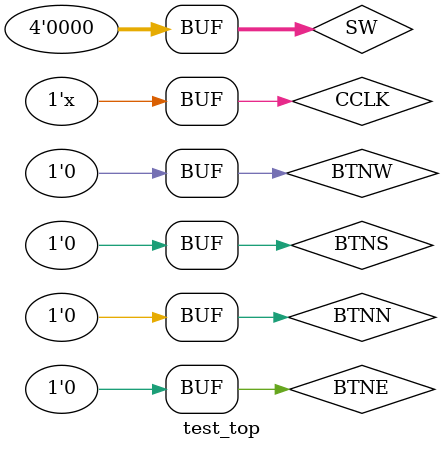
<source format=v>
`timescale 1ns / 1ps


module test_top;

	// Inputs
	reg CCLK;
	reg [3:0] SW;
	reg BTNN;
	reg BTNE;
	reg BTNS;
	reg BTNW;

	// Outputs
	wire [7:0] LED;
	wire LCDE;
	wire LCDRS;
	wire LCDRW;
	wire [3:0] LCDDAT;

	// Instantiate the Unit Under Test (UUT)
	top uut (
		.CCLK(CCLK), 
		.SW(SW), 
		.BTNN(BTNN), 
		.BTNE(BTNE), 
		.BTNS(BTNS), 
		.BTNW(BTNW), 
		.LED(LED), 
		.LCDE(LCDE), 
		.LCDRS(LCDRS), 
		.LCDRW(LCDRW), 
		.LCDDAT(LCDDAT)
	);

	initial begin
		// Initialize Inputs
		CCLK = 0;
		SW = 0;
		BTNN = 0;
		BTNE = 0;
		BTNS = 0;
		BTNW = 0;

		// Wait 100 ns for global reset to finish
		#100;
        
		// Add stimulus here
		#5 BTNE = 1; #5 BTNE = 0;
		#5 BTNN = 1; #5 BTNN = 0; #5 BTNN = 1; #5 BTNN = 0; #5 BTNN = 1; #5 BTNN = 0; #5 BTNN = 1; #5 BTNN = 0;
		#5 BTNN = 1; #5 BTNN = 0; #5 BTNN = 1; #5 BTNN = 0; #5 BTNN = 1; #5 BTNN = 0; #5 BTNN = 1; #5 BTNN = 0;
		#5 BTNN = 1; #5 BTNN = 0; #5 BTNN = 1; #5 BTNN = 0; #5 BTNN = 1; #5 BTNN = 0; #5 BTNN = 1; #5 BTNN = 0;
		#5 BTNN = 1; #5 BTNN = 0; #5 BTNN = 1; #5 BTNN = 0; #5 BTNN = 1; #5 BTNN = 0; #5 BTNN = 1; #5 BTNN = 0;
		#5 BTNN = 1; #5 BTNN = 0; #5 BTNN = 1; #5 BTNN = 0; #5 BTNN = 1; #5 BTNN = 0; #5 BTNN = 1; #5 BTNN = 0;
		#5 BTNN = 1; #5 BTNN = 0; #5 BTNN = 1; #5 BTNN = 0; #5 BTNN = 1; #5 BTNN = 0; #5 BTNN = 1; #5 BTNN = 0;
		#5 BTNN = 1; #5 BTNN = 0; #5 BTNN = 1; #5 BTNN = 0; #5 BTNN = 1; #5 BTNN = 0; #5 BTNN = 1; #5 BTNN = 0;
		#5 BTNN = 1; #5 BTNN = 0; #5 BTNN = 1; #5 BTNN = 0; #5 BTNN = 1; #5 BTNN = 0; #5 BTNN = 1; #5 BTNN = 0;
		#5 BTNN = 1; #5 BTNN = 0; #5 BTNN = 1; #5 BTNN = 0; #5 BTNN = 1; #5 BTNN = 0; #5 BTNN = 1; #5 BTNN = 0;
		#5 BTNN = 1; #5 BTNN = 0; #5 BTNN = 1; #5 BTNN = 0; #5 BTNN = 1; #5 BTNN = 0; #5 BTNN = 1; #5 BTNN = 0;
		#5 BTNN = 1; #5 BTNN = 0; #5 BTNN = 1; #5 BTNN = 0; #5 BTNN = 1; #5 BTNN = 0; #5 BTNN = 1; #5 BTNN = 0;
		#5 BTNN = 1; #5 BTNN = 0; #5 BTNN = 1; #5 BTNN = 0; #5 BTNN = 1; #5 BTNN = 0; #5 BTNN = 1; #5 BTNN = 0;
		#5 BTNN = 1; #5 BTNN = 0; #5 BTNN = 1; #5 BTNN = 0; #5 BTNN = 1; #5 BTNN = 0; #5 BTNN = 1; #5 BTNN = 0;
		#5 BTNN = 1; #5 BTNN = 0; #5 BTNN = 1; #5 BTNN = 0; #5 BTNN = 1; #5 BTNN = 0; #5 BTNN = 1; #5 BTNN = 0;
		#5 BTNN = 1; #5 BTNN = 0; #5 BTNN = 1; #5 BTNN = 0; #5 BTNN = 1; #5 BTNN = 0; #5 BTNN = 1; #5 BTNN = 0;
		#5 BTNN = 1; #5 BTNN = 0; #5 BTNN = 1; #5 BTNN = 0; #5 BTNN = 1; #5 BTNN = 0; #5 BTNN = 1; #5 BTNN = 0;
		#5 BTNN = 1; #5 BTNN = 0; #5 BTNN = 1; #5 BTNN = 0; #5 BTNN = 1; #5 BTNN = 0; #5 BTNN = 1; #5 BTNN = 0;
		#5 BTNN = 1; #5 BTNN = 0; #5 BTNN = 1; #5 BTNN = 0; #5 BTNN = 1; #5 BTNN = 0; #5 BTNN = 1; #5 BTNN = 0;

	end
   
	always #1 CCLK=~CCLK;
endmodule


</source>
